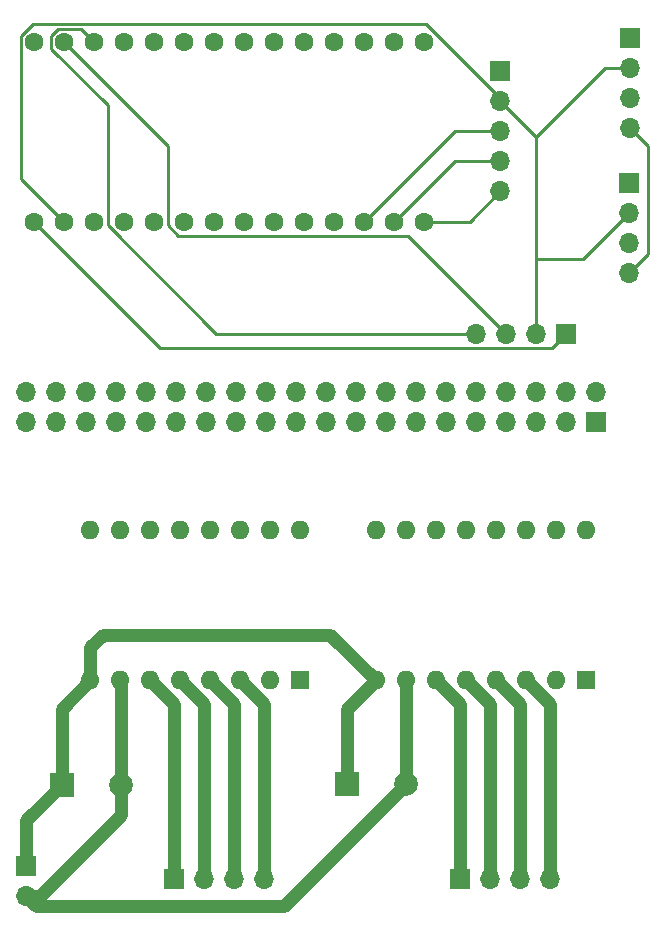
<source format=gbr>
%TF.GenerationSoftware,KiCad,Pcbnew,5.1.7-a382d34a88~90~ubuntu20.04.1*%
%TF.CreationDate,2022-09-16T19:00:19+02:00*%
%TF.ProjectId,goto-exp,676f746f-2d65-4787-902e-6b696361645f,rev?*%
%TF.SameCoordinates,Original*%
%TF.FileFunction,Copper,L2,Bot*%
%TF.FilePolarity,Positive*%
%FSLAX46Y46*%
G04 Gerber Fmt 4.6, Leading zero omitted, Abs format (unit mm)*
G04 Created by KiCad (PCBNEW 5.1.7-a382d34a88~90~ubuntu20.04.1) date 2022-09-16 19:00:19*
%MOMM*%
%LPD*%
G01*
G04 APERTURE LIST*
%TA.AperFunction,ComponentPad*%
%ADD10O,1.700000X1.700000*%
%TD*%
%TA.AperFunction,ComponentPad*%
%ADD11R,1.700000X1.700000*%
%TD*%
%TA.AperFunction,ComponentPad*%
%ADD12C,1.600000*%
%TD*%
%TA.AperFunction,ComponentPad*%
%ADD13C,2.000000*%
%TD*%
%TA.AperFunction,ComponentPad*%
%ADD14R,2.000000X2.000000*%
%TD*%
%TA.AperFunction,ComponentPad*%
%ADD15O,1.600000X1.600000*%
%TD*%
%TA.AperFunction,ComponentPad*%
%ADD16R,1.600000X1.600000*%
%TD*%
%TA.AperFunction,Conductor*%
%ADD17C,0.250000*%
%TD*%
%TA.AperFunction,Conductor*%
%ADD18C,1.100000*%
%TD*%
G04 APERTURE END LIST*
D10*
%TO.P,J4,4*%
%TO.N,Net-(J3-Pad4)*%
X144843500Y-58343800D03*
%TO.P,J4,3*%
%TO.N,Net-(J3-Pad3)*%
X144843500Y-55803800D03*
%TO.P,J4,2*%
%TO.N,Net-(Arduino1-Pad2)*%
X144843500Y-53263800D03*
D11*
%TO.P,J4,1*%
%TO.N,Net-(J2-Pad1)*%
X144843500Y-50723800D03*
%TD*%
D12*
%TO.P,U1,1*%
%TO.N,Net-(U1-Pad1)*%
X94509000Y-38775700D03*
%TO.P,U1,2*%
%TO.N,Net-(Arduino1-Pad3)*%
X97049000Y-38775700D03*
%TO.P,U1,3*%
%TO.N,Net-(Arduino1-Pad4)*%
X99589000Y-38775700D03*
%TO.P,U1,4*%
%TO.N,Net-(U1-Pad4)*%
X102129000Y-38775700D03*
%TO.P,U1,5*%
%TO.N,Net-(U1-Pad5)*%
X104669000Y-38775700D03*
%TO.P,U1,6*%
%TO.N,Net-(U1-Pad6)*%
X107209000Y-38775700D03*
%TO.P,U1,7*%
%TO.N,Net-(U1-Pad7)*%
X109749000Y-38775700D03*
%TO.P,U1,8*%
%TO.N,Net-(U1-Pad8)*%
X112289000Y-38775700D03*
%TO.P,U1,9*%
%TO.N,Net-(U1-Pad9)*%
X114829000Y-38775700D03*
%TO.P,U1,10*%
%TO.N,Net-(U1-Pad10)*%
X117369000Y-38775700D03*
%TO.P,U1,11*%
%TO.N,Net-(U1-Pad11)*%
X119909000Y-38775700D03*
%TO.P,U1,12*%
%TO.N,Net-(U1-Pad12)*%
X122449000Y-38775700D03*
%TO.P,U1,13*%
%TO.N,Net-(U1-Pad13)*%
X124989000Y-38775700D03*
%TO.P,U1,33*%
%TO.N,Net-(Arduino1-Pad1)*%
X94509000Y-54015700D03*
%TO.P,U1,32*%
%TO.N,Net-(Arduino1-Pad2)*%
X97049000Y-54015700D03*
%TO.P,U1,31*%
%TO.N,Net-(J2-Pad1)*%
X99589000Y-54015700D03*
%TO.P,U1,30*%
%TO.N,Net-(U1-Pad30)*%
X102129000Y-54015700D03*
%TO.P,U1,29*%
%TO.N,Net-(U1-Pad29)*%
X104669000Y-54015700D03*
%TO.P,U1,28*%
%TO.N,Net-(U1-Pad28)*%
X107209000Y-54015700D03*
%TO.P,U1,27*%
%TO.N,Net-(U1-Pad27)*%
X109749000Y-54015700D03*
%TO.P,U1,26*%
%TO.N,Net-(J3-Pad3)*%
X112289000Y-54015700D03*
%TO.P,U1,25*%
%TO.N,Net-(J3-Pad4)*%
X114829000Y-54015700D03*
%TO.P,U1,24*%
%TO.N,Net-(U1-Pad24)*%
X117369000Y-54015700D03*
%TO.P,U1,23*%
%TO.N,Net-(U1-Pad23)*%
X119909000Y-54015700D03*
%TO.P,U1,22*%
%TO.N,Net-(J2-Pad3)*%
X122449000Y-54015700D03*
%TO.P,U1,21*%
%TO.N,Net-(J2-Pad4)*%
X124989000Y-54015700D03*
%TO.P,U1,14*%
%TO.N,Net-(U1-Pad14)*%
X127529000Y-38775700D03*
%TO.P,U1,20*%
%TO.N,Net-(J2-Pad5)*%
X127529000Y-54015700D03*
%TD*%
D11*
%TO.P,J2,1*%
%TO.N,Net-(J2-Pad1)*%
X133972300Y-41249600D03*
D10*
%TO.P,J2,2*%
%TO.N,Net-(Arduino1-Pad2)*%
X133972300Y-43789600D03*
%TO.P,J2,3*%
%TO.N,Net-(J2-Pad3)*%
X133972300Y-46329600D03*
%TO.P,J2,4*%
%TO.N,Net-(J2-Pad4)*%
X133972300Y-48869600D03*
%TO.P,J2,5*%
%TO.N,Net-(J2-Pad5)*%
X133972300Y-51409600D03*
%TD*%
%TO.P,J3,4*%
%TO.N,Net-(J3-Pad4)*%
X144932400Y-46037500D03*
%TO.P,J3,3*%
%TO.N,Net-(J3-Pad3)*%
X144932400Y-43497500D03*
%TO.P,J3,2*%
%TO.N,Net-(Arduino1-Pad2)*%
X144932400Y-40957500D03*
D11*
%TO.P,J3,1*%
%TO.N,Net-(J2-Pad1)*%
X144932400Y-38417500D03*
%TD*%
D10*
%TO.P,J1,2*%
%TO.N,Net-(C1-Pad2)*%
X93802200Y-111048800D03*
D11*
%TO.P,J1,1*%
%TO.N,Net-(C1-Pad1)*%
X93802200Y-108508800D03*
%TD*%
D10*
%TO.P,RPi,40*%
%TO.N,Net-(RPi1-Pad40)*%
X93841700Y-68402200D03*
%TO.P,RPi,39*%
%TO.N,Net-(RPi1-Pad39)*%
X93841700Y-70942200D03*
%TO.P,RPi,38*%
%TO.N,Net-(RPi1-Pad38)*%
X96381700Y-68402200D03*
%TO.P,RPi,37*%
%TO.N,Net-(RPi1-Pad37)*%
X96381700Y-70942200D03*
%TO.P,RPi,36*%
%TO.N,Net-(RPi1-Pad36)*%
X98921700Y-68402200D03*
%TO.P,RPi,35*%
%TO.N,Net-(RPi1-Pad35)*%
X98921700Y-70942200D03*
%TO.P,RPi,34*%
%TO.N,Net-(RPi1-Pad34)*%
X101461700Y-68402200D03*
%TO.P,RPi,33*%
%TO.N,Net-(RPi1-Pad33)*%
X101461700Y-70942200D03*
%TO.P,RPi,32*%
%TO.N,Net-(RPi1-Pad32)*%
X104001700Y-68402200D03*
%TO.P,RPi,31*%
%TO.N,Net-(RPi1-Pad31)*%
X104001700Y-70942200D03*
%TO.P,RPi,30*%
%TO.N,Net-(RPi1-Pad30)*%
X106541700Y-68402200D03*
%TO.P,RPi,29*%
%TO.N,Net-(RPi1-Pad29)*%
X106541700Y-70942200D03*
%TO.P,RPi,28*%
%TO.N,Net-(RPi1-Pad28)*%
X109081700Y-68402200D03*
%TO.P,RPi,27*%
%TO.N,Net-(RPi1-Pad27)*%
X109081700Y-70942200D03*
%TO.P,RPi,26*%
%TO.N,Net-(RPi1-Pad26)*%
X111621700Y-68402200D03*
%TO.P,RPi,25*%
%TO.N,Net-(RPi1-Pad25)*%
X111621700Y-70942200D03*
%TO.P,RPi,24*%
%TO.N,Net-(RPi1-Pad24)*%
X114161700Y-68402200D03*
%TO.P,RPi,23*%
%TO.N,Net-(RPi1-Pad23)*%
X114161700Y-70942200D03*
%TO.P,RPi,22*%
%TO.N,Net-(RPi1-Pad22)*%
X116701700Y-68402200D03*
%TO.P,RPi,21*%
%TO.N,Net-(RPi1-Pad21)*%
X116701700Y-70942200D03*
%TO.P,RPi,20*%
%TO.N,Net-(RPi1-Pad20)*%
X119241700Y-68402200D03*
%TO.P,RPi,19*%
%TO.N,Net-(RPi1-Pad19)*%
X119241700Y-70942200D03*
%TO.P,RPi,18*%
%TO.N,Net-(RPi1-Pad18)*%
X121781700Y-68402200D03*
%TO.P,RPi,17*%
%TO.N,Net-(RPi1-Pad17)*%
X121781700Y-70942200D03*
%TO.P,RPi,16*%
%TO.N,Net-(RPi1-Pad16)*%
X124321700Y-68402200D03*
%TO.P,RPi,15*%
%TO.N,Net-(RPi1-Pad15)*%
X124321700Y-70942200D03*
%TO.P,RPi,14*%
%TO.N,Net-(RPi1-Pad14)*%
X126861700Y-68402200D03*
%TO.P,RPi,13*%
%TO.N,Net-(RPi1-Pad13)*%
X126861700Y-70942200D03*
%TO.P,RPi,12*%
%TO.N,Net-(RPi1-Pad12)*%
X129401700Y-68402200D03*
%TO.P,RPi,11*%
%TO.N,Net-(RPi1-Pad11)*%
X129401700Y-70942200D03*
%TO.P,RPi,10*%
%TO.N,Net-(Arduino1-Pad4)*%
X131941700Y-68402200D03*
%TO.P,RPi,9*%
%TO.N,Net-(RPi1-Pad9)*%
X131941700Y-70942200D03*
%TO.P,RPi,8*%
%TO.N,Net-(Arduino1-Pad3)*%
X134481700Y-68402200D03*
%TO.P,RPi,7*%
%TO.N,Net-(RPi1-Pad7)*%
X134481700Y-70942200D03*
%TO.P,RPi,6*%
%TO.N,Net-(Arduino1-Pad2)*%
X137021700Y-68402200D03*
%TO.P,RPi,5*%
%TO.N,Net-(RPi1-Pad5)*%
X137021700Y-70942200D03*
%TO.P,RPi,4*%
%TO.N,Net-(Arduino1-Pad1)*%
X139561700Y-68402200D03*
%TO.P,RPi,3*%
%TO.N,Net-(RPi1-Pad3)*%
X139561700Y-70942200D03*
%TO.P,RPi,2*%
%TO.N,Net-(RPi1-Pad2)*%
X142101700Y-68402200D03*
D11*
%TO.P,RPi,1*%
%TO.N,Net-(RPi1-Pad1)*%
X142101700Y-70942200D03*
%TD*%
D13*
%TO.P,C2,2*%
%TO.N,Net-(C1-Pad2)*%
X101826200Y-101638100D03*
D14*
%TO.P,C2,1*%
%TO.N,Net-(C1-Pad1)*%
X96826200Y-101638100D03*
%TD*%
D13*
%TO.P,C1,2*%
%TO.N,Net-(C1-Pad2)*%
X125956200Y-101612700D03*
D14*
%TO.P,C1,1*%
%TO.N,Net-(C1-Pad1)*%
X120956200Y-101612700D03*
%TD*%
D10*
%TO.P,ALTMotor1,4*%
%TO.N,Net-(ALTMotor1-Pad4)*%
X113983900Y-109601000D03*
%TO.P,ALTMotor1,3*%
%TO.N,Net-(ALTMotor1-Pad3)*%
X111443900Y-109601000D03*
%TO.P,ALTMotor1,2*%
%TO.N,Net-(ALTMotor1-Pad2)*%
X108903900Y-109601000D03*
D11*
%TO.P,ALTMotor1,1*%
%TO.N,Net-(ALTMotor1-Pad1)*%
X106363900Y-109601000D03*
%TD*%
D10*
%TO.P,Arduino1,4*%
%TO.N,Net-(Arduino1-Pad4)*%
X131914900Y-63461900D03*
%TO.P,Arduino1,3*%
%TO.N,Net-(Arduino1-Pad3)*%
X134454900Y-63461900D03*
%TO.P,Arduino1,2*%
%TO.N,Net-(Arduino1-Pad2)*%
X136994900Y-63461900D03*
D11*
%TO.P,Arduino1,1*%
%TO.N,Net-(Arduino1-Pad1)*%
X139534900Y-63461900D03*
%TD*%
D10*
%TO.P,AZMotor1,4*%
%TO.N,Net-(AZMotor1-Pad4)*%
X138139300Y-109639100D03*
%TO.P,AZMotor1,3*%
%TO.N,Net-(AZMotor1-Pad3)*%
X135599300Y-109639100D03*
%TO.P,AZMotor1,2*%
%TO.N,Net-(AZMotor1-Pad2)*%
X133059300Y-109639100D03*
D11*
%TO.P,AZMotor1,1*%
%TO.N,Net-(AZMotor1-Pad1)*%
X130519300Y-109639100D03*
%TD*%
D15*
%TO.P,StepperDriver2,16*%
%TO.N,Net-(RPi1-Pad35)*%
X141187300Y-80060800D03*
%TO.P,StepperDriver2,8*%
%TO.N,Net-(C1-Pad1)*%
X123407300Y-92760800D03*
%TO.P,StepperDriver2,15*%
%TO.N,Net-(RPi1-Pad32)*%
X138647300Y-80060800D03*
%TO.P,StepperDriver2,7*%
%TO.N,Net-(C1-Pad2)*%
X125947300Y-92760800D03*
%TO.P,StepperDriver2,14*%
%TO.N,Net-(RPi1-Pad1)*%
X136107300Y-80060800D03*
%TO.P,StepperDriver2,6*%
%TO.N,Net-(AZMotor1-Pad1)*%
X128487300Y-92760800D03*
%TO.P,StepperDriver2,13*%
%TO.N,Net-(RPi1-Pad1)*%
X133567300Y-80060800D03*
%TO.P,StepperDriver2,5*%
%TO.N,Net-(AZMotor1-Pad2)*%
X131027300Y-92760800D03*
%TO.P,StepperDriver2,12*%
%TO.N,Net-(RPi1-Pad3)*%
X131027300Y-80060800D03*
%TO.P,StepperDriver2,4*%
%TO.N,Net-(AZMotor1-Pad3)*%
X133567300Y-92760800D03*
%TO.P,StepperDriver2,11*%
%TO.N,Net-(RPi1-Pad5)*%
X128487300Y-80060800D03*
%TO.P,StepperDriver2,3*%
%TO.N,Net-(AZMotor1-Pad4)*%
X136107300Y-92760800D03*
%TO.P,StepperDriver2,10*%
%TO.N,Net-(RPi1-Pad7)*%
X125947300Y-80060800D03*
%TO.P,StepperDriver2,2*%
%TO.N,Net-(StepperDriver2-Pad2)*%
X138647300Y-92760800D03*
%TO.P,StepperDriver2,9*%
%TO.N,Net-(StepperDriver2-Pad9)*%
X123407300Y-80060800D03*
D16*
%TO.P,StepperDriver2,1*%
%TO.N,Net-(RPi1-Pad39)*%
X141187300Y-92760800D03*
%TD*%
D15*
%TO.P,StepperDriver1,16*%
%TO.N,Net-(RPi1-Pad37)*%
X117044600Y-80073500D03*
%TO.P,StepperDriver1,8*%
%TO.N,Net-(C1-Pad1)*%
X99264600Y-92773500D03*
%TO.P,StepperDriver1,15*%
%TO.N,Net-(RPi1-Pad33)*%
X114504600Y-80073500D03*
%TO.P,StepperDriver1,7*%
%TO.N,Net-(C1-Pad2)*%
X101804600Y-92773500D03*
%TO.P,StepperDriver1,14*%
%TO.N,Net-(RPi1-Pad1)*%
X111964600Y-80073500D03*
%TO.P,StepperDriver1,6*%
%TO.N,Net-(ALTMotor1-Pad1)*%
X104344600Y-92773500D03*
%TO.P,StepperDriver1,13*%
%TO.N,Net-(RPi1-Pad1)*%
X109424600Y-80073500D03*
%TO.P,StepperDriver1,5*%
%TO.N,Net-(ALTMotor1-Pad2)*%
X106884600Y-92773500D03*
%TO.P,StepperDriver1,12*%
%TO.N,Net-(RPi1-Pad11)*%
X106884600Y-80073500D03*
%TO.P,StepperDriver1,4*%
%TO.N,Net-(ALTMotor1-Pad3)*%
X109424600Y-92773500D03*
%TO.P,StepperDriver1,11*%
%TO.N,Net-(RPi1-Pad13)*%
X104344600Y-80073500D03*
%TO.P,StepperDriver1,3*%
%TO.N,Net-(ALTMotor1-Pad4)*%
X111964600Y-92773500D03*
%TO.P,StepperDriver1,10*%
%TO.N,Net-(RPi1-Pad15)*%
X101804600Y-80073500D03*
%TO.P,StepperDriver1,2*%
%TO.N,Net-(StepperDriver1-Pad2)*%
X114504600Y-92773500D03*
%TO.P,StepperDriver1,9*%
%TO.N,Net-(StepperDriver1-Pad9)*%
X99264600Y-80073500D03*
D16*
%TO.P,StepperDriver1,1*%
%TO.N,Net-(RPi1-Pad39)*%
X117044600Y-92773500D03*
%TD*%
D17*
%TO.N,Net-(Arduino1-Pad4)*%
X98463999Y-37650699D02*
X99589000Y-38775700D01*
X96508999Y-37650699D02*
X98463999Y-37650699D01*
X95923999Y-38235699D02*
X96508999Y-37650699D01*
X95923999Y-39315701D02*
X95923999Y-38235699D01*
X100714001Y-44105703D02*
X95923999Y-39315701D01*
X100714001Y-54265703D02*
X100714001Y-44105703D01*
X109910198Y-63461900D02*
X100714001Y-54265703D01*
X131914900Y-63461900D02*
X109910198Y-63461900D01*
%TO.N,Net-(Arduino1-Pad3)*%
X105794001Y-47520701D02*
X97049000Y-38775700D01*
X105794001Y-54265703D02*
X105794001Y-47520701D01*
X106668999Y-55140701D02*
X105794001Y-54265703D01*
X126133701Y-55140701D02*
X106668999Y-55140701D01*
X134454900Y-63461900D02*
X126133701Y-55140701D01*
%TO.N,Net-(Arduino1-Pad2)*%
X136994900Y-46812200D02*
X133972300Y-43789600D01*
X136994900Y-63461900D02*
X136994900Y-58293000D01*
X133972300Y-43534602D02*
X133972300Y-43789600D01*
X94419009Y-37200689D02*
X127638387Y-37200689D01*
X93383999Y-38235699D02*
X94419009Y-37200689D01*
X93383999Y-50350699D02*
X93383999Y-38235699D01*
X127638387Y-37200689D02*
X133972300Y-43534602D01*
X97049000Y-54015700D02*
X93383999Y-50350699D01*
X142849600Y-40957500D02*
X136994900Y-46812200D01*
X144932400Y-40957500D02*
X142849600Y-40957500D01*
X140944600Y-57162700D02*
X144843500Y-53263800D01*
X136994900Y-57162700D02*
X140944600Y-57162700D01*
X136994900Y-58293000D02*
X136994900Y-57162700D01*
X136994900Y-57162700D02*
X136994900Y-46812200D01*
%TO.N,Net-(Arduino1-Pad1)*%
X139534900Y-63461900D02*
X139534900Y-63906400D01*
X138359899Y-64636901D02*
X105130201Y-64636901D01*
X105130201Y-64636901D02*
X94509000Y-54015700D01*
X139534900Y-63461900D02*
X138359899Y-64636901D01*
D18*
%TO.N,Net-(ALTMotor1-Pad4)*%
X113983900Y-94792800D02*
X111964600Y-92773500D01*
X113983900Y-109601000D02*
X113983900Y-94792800D01*
%TO.N,Net-(ALTMotor1-Pad3)*%
X111443900Y-94792800D02*
X109424600Y-92773500D01*
X111443900Y-109601000D02*
X111443900Y-94792800D01*
%TO.N,Net-(ALTMotor1-Pad2)*%
X108903900Y-94792800D02*
X106884600Y-92773500D01*
X108903900Y-109601000D02*
X108903900Y-94792800D01*
%TO.N,Net-(ALTMotor1-Pad1)*%
X106363900Y-94792800D02*
X104344600Y-92773500D01*
X106363900Y-109601000D02*
X106363900Y-94792800D01*
%TO.N,Net-(AZMotor1-Pad4)*%
X138139300Y-94792800D02*
X136107300Y-92760800D01*
X138139300Y-109639100D02*
X138139300Y-94792800D01*
%TO.N,Net-(AZMotor1-Pad3)*%
X135599300Y-94792800D02*
X133567300Y-92760800D01*
X135599300Y-109639100D02*
X135599300Y-94792800D01*
%TO.N,Net-(AZMotor1-Pad2)*%
X133059300Y-94792800D02*
X131027300Y-92760800D01*
X133059300Y-109639100D02*
X133059300Y-94792800D01*
%TO.N,Net-(AZMotor1-Pad1)*%
X130519300Y-94792800D02*
X128487300Y-92760800D01*
X130519300Y-109639100D02*
X130519300Y-94792800D01*
%TO.N,Net-(C1-Pad2)*%
X101826200Y-92795100D02*
X101804600Y-92773500D01*
X101826200Y-101638100D02*
X101826200Y-92795100D01*
X125956200Y-92769700D02*
X125947300Y-92760800D01*
X125956200Y-101612700D02*
X125956200Y-92769700D01*
X101826200Y-102286681D02*
X101826200Y-101638100D01*
X115644000Y-111924900D02*
X125956200Y-101612700D01*
X101826200Y-104226881D02*
X101826200Y-101638100D01*
X95004281Y-111048800D02*
X101826200Y-104226881D01*
X93802200Y-111048800D02*
X95004281Y-111048800D01*
X94678300Y-111924900D02*
X93802200Y-111048800D01*
X115644000Y-111924900D02*
X94678300Y-111924900D01*
%TO.N,Net-(C1-Pad1)*%
X96826200Y-95211900D02*
X99264600Y-92773500D01*
X96826200Y-101638100D02*
X96826200Y-95211900D01*
X120956200Y-95211900D02*
X123407300Y-92760800D01*
X120956200Y-101612700D02*
X120956200Y-95211900D01*
X99264600Y-92773500D02*
X99279550Y-92758550D01*
X119571400Y-88924900D02*
X123407300Y-92760800D01*
X103113200Y-88924900D02*
X119571400Y-88924900D01*
X96826200Y-101638100D02*
X96826200Y-102044600D01*
X93802200Y-104662100D02*
X96826200Y-101638100D01*
X93802200Y-108508800D02*
X93802200Y-104662100D01*
X103113200Y-88924900D02*
X100292400Y-88924900D01*
X99264600Y-89952700D02*
X99264600Y-92773500D01*
X100292400Y-88924900D02*
X99264600Y-89952700D01*
D17*
%TO.N,Net-(J2-Pad5)*%
X131366200Y-54015700D02*
X133972300Y-51409600D01*
X127529000Y-54015700D02*
X131366200Y-54015700D01*
%TO.N,Net-(J2-Pad4)*%
X133951530Y-48869600D02*
X133972300Y-48869600D01*
X130135100Y-48869600D02*
X133972300Y-48869600D01*
X124989000Y-54015700D02*
X130135100Y-48869600D01*
%TO.N,Net-(J2-Pad3)*%
X133951530Y-46329600D02*
X133972300Y-46329600D01*
X130135100Y-46329600D02*
X133972300Y-46329600D01*
X122449000Y-54015700D02*
X130135100Y-46329600D01*
%TO.N,Net-(J2-Pad1)*%
X144919700Y-38404800D02*
X144932400Y-38417500D01*
%TO.N,Net-(J3-Pad4)*%
X144843500Y-58343800D02*
X146481800Y-56705500D01*
X146481800Y-47586900D02*
X144932400Y-46037500D01*
X146481800Y-56705500D02*
X146481800Y-47586900D01*
%TD*%
M02*

</source>
